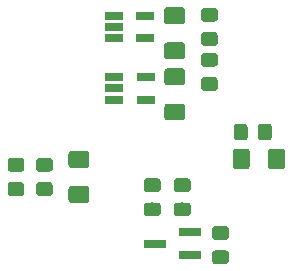
<source format=gbr>
G04 #@! TF.GenerationSoftware,KiCad,Pcbnew,(5.0.2-5)-5*
G04 #@! TF.CreationDate,2019-03-18T15:48:25+01:00*
G04 #@! TF.ProjectId,coffee-notification-button,636f6666-6565-42d6-9e6f-746966696361,00001*
G04 #@! TF.SameCoordinates,Original*
G04 #@! TF.FileFunction,Paste,Top*
G04 #@! TF.FilePolarity,Positive*
%FSLAX46Y46*%
G04 Gerber Fmt 4.6, Leading zero omitted, Abs format (unit mm)*
G04 Created by KiCad (PCBNEW (5.0.2-5)-5) date 2019 March 18, Monday 15:48:25*
%MOMM*%
%LPD*%
G01*
G04 APERTURE LIST*
%ADD10C,0.100000*%
%ADD11C,1.425000*%
%ADD12C,1.150000*%
%ADD13R,1.560000X0.650000*%
%ADD14R,1.900000X0.800000*%
G04 APERTURE END LIST*
D10*
G04 #@! TO.C,C4*
G36*
X114949504Y-99274204D02*
X114973773Y-99277804D01*
X114997571Y-99283765D01*
X115020671Y-99292030D01*
X115042849Y-99302520D01*
X115063893Y-99315133D01*
X115083598Y-99329747D01*
X115101777Y-99346223D01*
X115118253Y-99364402D01*
X115132867Y-99384107D01*
X115145480Y-99405151D01*
X115155970Y-99427329D01*
X115164235Y-99450429D01*
X115170196Y-99474227D01*
X115173796Y-99498496D01*
X115175000Y-99523000D01*
X115175000Y-100448000D01*
X115173796Y-100472504D01*
X115170196Y-100496773D01*
X115164235Y-100520571D01*
X115155970Y-100543671D01*
X115145480Y-100565849D01*
X115132867Y-100586893D01*
X115118253Y-100606598D01*
X115101777Y-100624777D01*
X115083598Y-100641253D01*
X115063893Y-100655867D01*
X115042849Y-100668480D01*
X115020671Y-100678970D01*
X114997571Y-100687235D01*
X114973773Y-100693196D01*
X114949504Y-100696796D01*
X114925000Y-100698000D01*
X113675000Y-100698000D01*
X113650496Y-100696796D01*
X113626227Y-100693196D01*
X113602429Y-100687235D01*
X113579329Y-100678970D01*
X113557151Y-100668480D01*
X113536107Y-100655867D01*
X113516402Y-100641253D01*
X113498223Y-100624777D01*
X113481747Y-100606598D01*
X113467133Y-100586893D01*
X113454520Y-100565849D01*
X113444030Y-100543671D01*
X113435765Y-100520571D01*
X113429804Y-100496773D01*
X113426204Y-100472504D01*
X113425000Y-100448000D01*
X113425000Y-99523000D01*
X113426204Y-99498496D01*
X113429804Y-99474227D01*
X113435765Y-99450429D01*
X113444030Y-99427329D01*
X113454520Y-99405151D01*
X113467133Y-99384107D01*
X113481747Y-99364402D01*
X113498223Y-99346223D01*
X113516402Y-99329747D01*
X113536107Y-99315133D01*
X113557151Y-99302520D01*
X113579329Y-99292030D01*
X113602429Y-99283765D01*
X113626227Y-99277804D01*
X113650496Y-99274204D01*
X113675000Y-99273000D01*
X114925000Y-99273000D01*
X114949504Y-99274204D01*
X114949504Y-99274204D01*
G37*
D11*
X114300000Y-99985500D03*
D10*
G36*
X114949504Y-102249204D02*
X114973773Y-102252804D01*
X114997571Y-102258765D01*
X115020671Y-102267030D01*
X115042849Y-102277520D01*
X115063893Y-102290133D01*
X115083598Y-102304747D01*
X115101777Y-102321223D01*
X115118253Y-102339402D01*
X115132867Y-102359107D01*
X115145480Y-102380151D01*
X115155970Y-102402329D01*
X115164235Y-102425429D01*
X115170196Y-102449227D01*
X115173796Y-102473496D01*
X115175000Y-102498000D01*
X115175000Y-103423000D01*
X115173796Y-103447504D01*
X115170196Y-103471773D01*
X115164235Y-103495571D01*
X115155970Y-103518671D01*
X115145480Y-103540849D01*
X115132867Y-103561893D01*
X115118253Y-103581598D01*
X115101777Y-103599777D01*
X115083598Y-103616253D01*
X115063893Y-103630867D01*
X115042849Y-103643480D01*
X115020671Y-103653970D01*
X114997571Y-103662235D01*
X114973773Y-103668196D01*
X114949504Y-103671796D01*
X114925000Y-103673000D01*
X113675000Y-103673000D01*
X113650496Y-103671796D01*
X113626227Y-103668196D01*
X113602429Y-103662235D01*
X113579329Y-103653970D01*
X113557151Y-103643480D01*
X113536107Y-103630867D01*
X113516402Y-103616253D01*
X113498223Y-103599777D01*
X113481747Y-103581598D01*
X113467133Y-103561893D01*
X113454520Y-103540849D01*
X113444030Y-103518671D01*
X113435765Y-103495571D01*
X113429804Y-103471773D01*
X113426204Y-103447504D01*
X113425000Y-103423000D01*
X113425000Y-102498000D01*
X113426204Y-102473496D01*
X113429804Y-102449227D01*
X113435765Y-102425429D01*
X113444030Y-102402329D01*
X113454520Y-102380151D01*
X113467133Y-102359107D01*
X113481747Y-102339402D01*
X113498223Y-102321223D01*
X113516402Y-102304747D01*
X113536107Y-102290133D01*
X113557151Y-102277520D01*
X113579329Y-102267030D01*
X113602429Y-102258765D01*
X113626227Y-102252804D01*
X113650496Y-102249204D01*
X113675000Y-102248000D01*
X114925000Y-102248000D01*
X114949504Y-102249204D01*
X114949504Y-102249204D01*
G37*
D11*
X114300000Y-102960500D03*
G04 #@! TD*
D10*
G04 #@! TO.C,C3*
G36*
X128356505Y-96964204D02*
X128380773Y-96967804D01*
X128404572Y-96973765D01*
X128427671Y-96982030D01*
X128449850Y-96992520D01*
X128470893Y-97005132D01*
X128490599Y-97019747D01*
X128508777Y-97036223D01*
X128525253Y-97054401D01*
X128539868Y-97074107D01*
X128552480Y-97095150D01*
X128562970Y-97117329D01*
X128571235Y-97140428D01*
X128577196Y-97164227D01*
X128580796Y-97188495D01*
X128582000Y-97212999D01*
X128582000Y-98113001D01*
X128580796Y-98137505D01*
X128577196Y-98161773D01*
X128571235Y-98185572D01*
X128562970Y-98208671D01*
X128552480Y-98230850D01*
X128539868Y-98251893D01*
X128525253Y-98271599D01*
X128508777Y-98289777D01*
X128490599Y-98306253D01*
X128470893Y-98320868D01*
X128449850Y-98333480D01*
X128427671Y-98343970D01*
X128404572Y-98352235D01*
X128380773Y-98358196D01*
X128356505Y-98361796D01*
X128332001Y-98363000D01*
X127681999Y-98363000D01*
X127657495Y-98361796D01*
X127633227Y-98358196D01*
X127609428Y-98352235D01*
X127586329Y-98343970D01*
X127564150Y-98333480D01*
X127543107Y-98320868D01*
X127523401Y-98306253D01*
X127505223Y-98289777D01*
X127488747Y-98271599D01*
X127474132Y-98251893D01*
X127461520Y-98230850D01*
X127451030Y-98208671D01*
X127442765Y-98185572D01*
X127436804Y-98161773D01*
X127433204Y-98137505D01*
X127432000Y-98113001D01*
X127432000Y-97212999D01*
X127433204Y-97188495D01*
X127436804Y-97164227D01*
X127442765Y-97140428D01*
X127451030Y-97117329D01*
X127461520Y-97095150D01*
X127474132Y-97074107D01*
X127488747Y-97054401D01*
X127505223Y-97036223D01*
X127523401Y-97019747D01*
X127543107Y-97005132D01*
X127564150Y-96992520D01*
X127586329Y-96982030D01*
X127609428Y-96973765D01*
X127633227Y-96967804D01*
X127657495Y-96964204D01*
X127681999Y-96963000D01*
X128332001Y-96963000D01*
X128356505Y-96964204D01*
X128356505Y-96964204D01*
G37*
D12*
X128007000Y-97663000D03*
D10*
G36*
X130406505Y-96964204D02*
X130430773Y-96967804D01*
X130454572Y-96973765D01*
X130477671Y-96982030D01*
X130499850Y-96992520D01*
X130520893Y-97005132D01*
X130540599Y-97019747D01*
X130558777Y-97036223D01*
X130575253Y-97054401D01*
X130589868Y-97074107D01*
X130602480Y-97095150D01*
X130612970Y-97117329D01*
X130621235Y-97140428D01*
X130627196Y-97164227D01*
X130630796Y-97188495D01*
X130632000Y-97212999D01*
X130632000Y-98113001D01*
X130630796Y-98137505D01*
X130627196Y-98161773D01*
X130621235Y-98185572D01*
X130612970Y-98208671D01*
X130602480Y-98230850D01*
X130589868Y-98251893D01*
X130575253Y-98271599D01*
X130558777Y-98289777D01*
X130540599Y-98306253D01*
X130520893Y-98320868D01*
X130499850Y-98333480D01*
X130477671Y-98343970D01*
X130454572Y-98352235D01*
X130430773Y-98358196D01*
X130406505Y-98361796D01*
X130382001Y-98363000D01*
X129731999Y-98363000D01*
X129707495Y-98361796D01*
X129683227Y-98358196D01*
X129659428Y-98352235D01*
X129636329Y-98343970D01*
X129614150Y-98333480D01*
X129593107Y-98320868D01*
X129573401Y-98306253D01*
X129555223Y-98289777D01*
X129538747Y-98271599D01*
X129524132Y-98251893D01*
X129511520Y-98230850D01*
X129501030Y-98208671D01*
X129492765Y-98185572D01*
X129486804Y-98161773D01*
X129483204Y-98137505D01*
X129482000Y-98113001D01*
X129482000Y-97212999D01*
X129483204Y-97188495D01*
X129486804Y-97164227D01*
X129492765Y-97140428D01*
X129501030Y-97117329D01*
X129511520Y-97095150D01*
X129524132Y-97074107D01*
X129538747Y-97054401D01*
X129555223Y-97036223D01*
X129573401Y-97019747D01*
X129593107Y-97005132D01*
X129614150Y-96992520D01*
X129636329Y-96982030D01*
X129659428Y-96973765D01*
X129683227Y-96967804D01*
X129707495Y-96964204D01*
X129731999Y-96963000D01*
X130382001Y-96963000D01*
X130406505Y-96964204D01*
X130406505Y-96964204D01*
G37*
D12*
X130057000Y-97663000D03*
G04 #@! TD*
D10*
G04 #@! TO.C,C2*
G36*
X123054279Y-90087719D02*
X123078548Y-90091319D01*
X123102346Y-90097280D01*
X123125446Y-90105545D01*
X123147624Y-90116035D01*
X123168668Y-90128648D01*
X123188373Y-90143262D01*
X123206552Y-90159738D01*
X123223028Y-90177917D01*
X123237642Y-90197622D01*
X123250255Y-90218666D01*
X123260745Y-90240844D01*
X123269010Y-90263944D01*
X123274971Y-90287742D01*
X123278571Y-90312011D01*
X123279775Y-90336515D01*
X123279775Y-91261515D01*
X123278571Y-91286019D01*
X123274971Y-91310288D01*
X123269010Y-91334086D01*
X123260745Y-91357186D01*
X123250255Y-91379364D01*
X123237642Y-91400408D01*
X123223028Y-91420113D01*
X123206552Y-91438292D01*
X123188373Y-91454768D01*
X123168668Y-91469382D01*
X123147624Y-91481995D01*
X123125446Y-91492485D01*
X123102346Y-91500750D01*
X123078548Y-91506711D01*
X123054279Y-91510311D01*
X123029775Y-91511515D01*
X121779775Y-91511515D01*
X121755271Y-91510311D01*
X121731002Y-91506711D01*
X121707204Y-91500750D01*
X121684104Y-91492485D01*
X121661926Y-91481995D01*
X121640882Y-91469382D01*
X121621177Y-91454768D01*
X121602998Y-91438292D01*
X121586522Y-91420113D01*
X121571908Y-91400408D01*
X121559295Y-91379364D01*
X121548805Y-91357186D01*
X121540540Y-91334086D01*
X121534579Y-91310288D01*
X121530979Y-91286019D01*
X121529775Y-91261515D01*
X121529775Y-90336515D01*
X121530979Y-90312011D01*
X121534579Y-90287742D01*
X121540540Y-90263944D01*
X121548805Y-90240844D01*
X121559295Y-90218666D01*
X121571908Y-90197622D01*
X121586522Y-90177917D01*
X121602998Y-90159738D01*
X121621177Y-90143262D01*
X121640882Y-90128648D01*
X121661926Y-90116035D01*
X121684104Y-90105545D01*
X121707204Y-90097280D01*
X121731002Y-90091319D01*
X121755271Y-90087719D01*
X121779775Y-90086515D01*
X123029775Y-90086515D01*
X123054279Y-90087719D01*
X123054279Y-90087719D01*
G37*
D11*
X122404775Y-90799015D03*
D10*
G36*
X123054279Y-87112719D02*
X123078548Y-87116319D01*
X123102346Y-87122280D01*
X123125446Y-87130545D01*
X123147624Y-87141035D01*
X123168668Y-87153648D01*
X123188373Y-87168262D01*
X123206552Y-87184738D01*
X123223028Y-87202917D01*
X123237642Y-87222622D01*
X123250255Y-87243666D01*
X123260745Y-87265844D01*
X123269010Y-87288944D01*
X123274971Y-87312742D01*
X123278571Y-87337011D01*
X123279775Y-87361515D01*
X123279775Y-88286515D01*
X123278571Y-88311019D01*
X123274971Y-88335288D01*
X123269010Y-88359086D01*
X123260745Y-88382186D01*
X123250255Y-88404364D01*
X123237642Y-88425408D01*
X123223028Y-88445113D01*
X123206552Y-88463292D01*
X123188373Y-88479768D01*
X123168668Y-88494382D01*
X123147624Y-88506995D01*
X123125446Y-88517485D01*
X123102346Y-88525750D01*
X123078548Y-88531711D01*
X123054279Y-88535311D01*
X123029775Y-88536515D01*
X121779775Y-88536515D01*
X121755271Y-88535311D01*
X121731002Y-88531711D01*
X121707204Y-88525750D01*
X121684104Y-88517485D01*
X121661926Y-88506995D01*
X121640882Y-88494382D01*
X121621177Y-88479768D01*
X121602998Y-88463292D01*
X121586522Y-88445113D01*
X121571908Y-88425408D01*
X121559295Y-88404364D01*
X121548805Y-88382186D01*
X121540540Y-88359086D01*
X121534579Y-88335288D01*
X121530979Y-88311019D01*
X121529775Y-88286515D01*
X121529775Y-87361515D01*
X121530979Y-87337011D01*
X121534579Y-87312742D01*
X121540540Y-87288944D01*
X121548805Y-87265844D01*
X121559295Y-87243666D01*
X121571908Y-87222622D01*
X121586522Y-87202917D01*
X121602998Y-87184738D01*
X121621177Y-87168262D01*
X121640882Y-87153648D01*
X121661926Y-87141035D01*
X121684104Y-87130545D01*
X121707204Y-87122280D01*
X121731002Y-87116319D01*
X121755271Y-87112719D01*
X121779775Y-87111515D01*
X123029775Y-87111515D01*
X123054279Y-87112719D01*
X123054279Y-87112719D01*
G37*
D11*
X122404775Y-87824015D03*
G04 #@! TD*
D10*
G04 #@! TO.C,C1*
G36*
X123077504Y-92289204D02*
X123101773Y-92292804D01*
X123125571Y-92298765D01*
X123148671Y-92307030D01*
X123170849Y-92317520D01*
X123191893Y-92330133D01*
X123211598Y-92344747D01*
X123229777Y-92361223D01*
X123246253Y-92379402D01*
X123260867Y-92399107D01*
X123273480Y-92420151D01*
X123283970Y-92442329D01*
X123292235Y-92465429D01*
X123298196Y-92489227D01*
X123301796Y-92513496D01*
X123303000Y-92538000D01*
X123303000Y-93463000D01*
X123301796Y-93487504D01*
X123298196Y-93511773D01*
X123292235Y-93535571D01*
X123283970Y-93558671D01*
X123273480Y-93580849D01*
X123260867Y-93601893D01*
X123246253Y-93621598D01*
X123229777Y-93639777D01*
X123211598Y-93656253D01*
X123191893Y-93670867D01*
X123170849Y-93683480D01*
X123148671Y-93693970D01*
X123125571Y-93702235D01*
X123101773Y-93708196D01*
X123077504Y-93711796D01*
X123053000Y-93713000D01*
X121803000Y-93713000D01*
X121778496Y-93711796D01*
X121754227Y-93708196D01*
X121730429Y-93702235D01*
X121707329Y-93693970D01*
X121685151Y-93683480D01*
X121664107Y-93670867D01*
X121644402Y-93656253D01*
X121626223Y-93639777D01*
X121609747Y-93621598D01*
X121595133Y-93601893D01*
X121582520Y-93580849D01*
X121572030Y-93558671D01*
X121563765Y-93535571D01*
X121557804Y-93511773D01*
X121554204Y-93487504D01*
X121553000Y-93463000D01*
X121553000Y-92538000D01*
X121554204Y-92513496D01*
X121557804Y-92489227D01*
X121563765Y-92465429D01*
X121572030Y-92442329D01*
X121582520Y-92420151D01*
X121595133Y-92399107D01*
X121609747Y-92379402D01*
X121626223Y-92361223D01*
X121644402Y-92344747D01*
X121664107Y-92330133D01*
X121685151Y-92317520D01*
X121707329Y-92307030D01*
X121730429Y-92298765D01*
X121754227Y-92292804D01*
X121778496Y-92289204D01*
X121803000Y-92288000D01*
X123053000Y-92288000D01*
X123077504Y-92289204D01*
X123077504Y-92289204D01*
G37*
D11*
X122428000Y-93000500D03*
D10*
G36*
X123077504Y-95264204D02*
X123101773Y-95267804D01*
X123125571Y-95273765D01*
X123148671Y-95282030D01*
X123170849Y-95292520D01*
X123191893Y-95305133D01*
X123211598Y-95319747D01*
X123229777Y-95336223D01*
X123246253Y-95354402D01*
X123260867Y-95374107D01*
X123273480Y-95395151D01*
X123283970Y-95417329D01*
X123292235Y-95440429D01*
X123298196Y-95464227D01*
X123301796Y-95488496D01*
X123303000Y-95513000D01*
X123303000Y-96438000D01*
X123301796Y-96462504D01*
X123298196Y-96486773D01*
X123292235Y-96510571D01*
X123283970Y-96533671D01*
X123273480Y-96555849D01*
X123260867Y-96576893D01*
X123246253Y-96596598D01*
X123229777Y-96614777D01*
X123211598Y-96631253D01*
X123191893Y-96645867D01*
X123170849Y-96658480D01*
X123148671Y-96668970D01*
X123125571Y-96677235D01*
X123101773Y-96683196D01*
X123077504Y-96686796D01*
X123053000Y-96688000D01*
X121803000Y-96688000D01*
X121778496Y-96686796D01*
X121754227Y-96683196D01*
X121730429Y-96677235D01*
X121707329Y-96668970D01*
X121685151Y-96658480D01*
X121664107Y-96645867D01*
X121644402Y-96631253D01*
X121626223Y-96614777D01*
X121609747Y-96596598D01*
X121595133Y-96576893D01*
X121582520Y-96555849D01*
X121572030Y-96533671D01*
X121563765Y-96510571D01*
X121557804Y-96486773D01*
X121554204Y-96462504D01*
X121553000Y-96438000D01*
X121553000Y-95513000D01*
X121554204Y-95488496D01*
X121557804Y-95464227D01*
X121563765Y-95440429D01*
X121572030Y-95417329D01*
X121582520Y-95395151D01*
X121595133Y-95374107D01*
X121609747Y-95354402D01*
X121626223Y-95336223D01*
X121644402Y-95319747D01*
X121664107Y-95305133D01*
X121685151Y-95292520D01*
X121707329Y-95282030D01*
X121730429Y-95273765D01*
X121754227Y-95267804D01*
X121778496Y-95264204D01*
X121803000Y-95263000D01*
X123053000Y-95263000D01*
X123077504Y-95264204D01*
X123077504Y-95264204D01*
G37*
D11*
X122428000Y-95975500D03*
G04 #@! TD*
D10*
G04 #@! TO.C,D1*
G36*
X128539504Y-99075204D02*
X128563773Y-99078804D01*
X128587571Y-99084765D01*
X128610671Y-99093030D01*
X128632849Y-99103520D01*
X128653893Y-99116133D01*
X128673598Y-99130747D01*
X128691777Y-99147223D01*
X128708253Y-99165402D01*
X128722867Y-99185107D01*
X128735480Y-99206151D01*
X128745970Y-99228329D01*
X128754235Y-99251429D01*
X128760196Y-99275227D01*
X128763796Y-99299496D01*
X128765000Y-99324000D01*
X128765000Y-100574000D01*
X128763796Y-100598504D01*
X128760196Y-100622773D01*
X128754235Y-100646571D01*
X128745970Y-100669671D01*
X128735480Y-100691849D01*
X128722867Y-100712893D01*
X128708253Y-100732598D01*
X128691777Y-100750777D01*
X128673598Y-100767253D01*
X128653893Y-100781867D01*
X128632849Y-100794480D01*
X128610671Y-100804970D01*
X128587571Y-100813235D01*
X128563773Y-100819196D01*
X128539504Y-100822796D01*
X128515000Y-100824000D01*
X127590000Y-100824000D01*
X127565496Y-100822796D01*
X127541227Y-100819196D01*
X127517429Y-100813235D01*
X127494329Y-100804970D01*
X127472151Y-100794480D01*
X127451107Y-100781867D01*
X127431402Y-100767253D01*
X127413223Y-100750777D01*
X127396747Y-100732598D01*
X127382133Y-100712893D01*
X127369520Y-100691849D01*
X127359030Y-100669671D01*
X127350765Y-100646571D01*
X127344804Y-100622773D01*
X127341204Y-100598504D01*
X127340000Y-100574000D01*
X127340000Y-99324000D01*
X127341204Y-99299496D01*
X127344804Y-99275227D01*
X127350765Y-99251429D01*
X127359030Y-99228329D01*
X127369520Y-99206151D01*
X127382133Y-99185107D01*
X127396747Y-99165402D01*
X127413223Y-99147223D01*
X127431402Y-99130747D01*
X127451107Y-99116133D01*
X127472151Y-99103520D01*
X127494329Y-99093030D01*
X127517429Y-99084765D01*
X127541227Y-99078804D01*
X127565496Y-99075204D01*
X127590000Y-99074000D01*
X128515000Y-99074000D01*
X128539504Y-99075204D01*
X128539504Y-99075204D01*
G37*
D11*
X128052500Y-99949000D03*
D10*
G36*
X131514504Y-99075204D02*
X131538773Y-99078804D01*
X131562571Y-99084765D01*
X131585671Y-99093030D01*
X131607849Y-99103520D01*
X131628893Y-99116133D01*
X131648598Y-99130747D01*
X131666777Y-99147223D01*
X131683253Y-99165402D01*
X131697867Y-99185107D01*
X131710480Y-99206151D01*
X131720970Y-99228329D01*
X131729235Y-99251429D01*
X131735196Y-99275227D01*
X131738796Y-99299496D01*
X131740000Y-99324000D01*
X131740000Y-100574000D01*
X131738796Y-100598504D01*
X131735196Y-100622773D01*
X131729235Y-100646571D01*
X131720970Y-100669671D01*
X131710480Y-100691849D01*
X131697867Y-100712893D01*
X131683253Y-100732598D01*
X131666777Y-100750777D01*
X131648598Y-100767253D01*
X131628893Y-100781867D01*
X131607849Y-100794480D01*
X131585671Y-100804970D01*
X131562571Y-100813235D01*
X131538773Y-100819196D01*
X131514504Y-100822796D01*
X131490000Y-100824000D01*
X130565000Y-100824000D01*
X130540496Y-100822796D01*
X130516227Y-100819196D01*
X130492429Y-100813235D01*
X130469329Y-100804970D01*
X130447151Y-100794480D01*
X130426107Y-100781867D01*
X130406402Y-100767253D01*
X130388223Y-100750777D01*
X130371747Y-100732598D01*
X130357133Y-100712893D01*
X130344520Y-100691849D01*
X130334030Y-100669671D01*
X130325765Y-100646571D01*
X130319804Y-100622773D01*
X130316204Y-100598504D01*
X130315000Y-100574000D01*
X130315000Y-99324000D01*
X130316204Y-99299496D01*
X130319804Y-99275227D01*
X130325765Y-99251429D01*
X130334030Y-99228329D01*
X130344520Y-99206151D01*
X130357133Y-99185107D01*
X130371747Y-99165402D01*
X130388223Y-99147223D01*
X130406402Y-99130747D01*
X130426107Y-99116133D01*
X130447151Y-99103520D01*
X130469329Y-99093030D01*
X130492429Y-99084765D01*
X130516227Y-99078804D01*
X130540496Y-99075204D01*
X130565000Y-99074000D01*
X131490000Y-99074000D01*
X131514504Y-99075204D01*
X131514504Y-99075204D01*
G37*
D11*
X131027500Y-99949000D03*
G04 #@! TD*
D13*
G04 #@! TO.C,U2*
X119944775Y-87853515D03*
X119944775Y-89753515D03*
X117244775Y-89753515D03*
X117244775Y-88803515D03*
X117244775Y-87853515D03*
G04 #@! TD*
G04 #@! TO.C,U1*
X117268000Y-93030000D03*
X117268000Y-93980000D03*
X117268000Y-94930000D03*
X119968000Y-94930000D03*
X119968000Y-93030000D03*
G04 #@! TD*
D10*
G04 #@! TO.C,R5*
G36*
X126763213Y-107693897D02*
X126787481Y-107697497D01*
X126811280Y-107703458D01*
X126834379Y-107711723D01*
X126856558Y-107722213D01*
X126877601Y-107734825D01*
X126897307Y-107749440D01*
X126915485Y-107765916D01*
X126931961Y-107784094D01*
X126946576Y-107803800D01*
X126959188Y-107824843D01*
X126969678Y-107847022D01*
X126977943Y-107870121D01*
X126983904Y-107893920D01*
X126987504Y-107918188D01*
X126988708Y-107942692D01*
X126988708Y-108592694D01*
X126987504Y-108617198D01*
X126983904Y-108641466D01*
X126977943Y-108665265D01*
X126969678Y-108688364D01*
X126959188Y-108710543D01*
X126946576Y-108731586D01*
X126931961Y-108751292D01*
X126915485Y-108769470D01*
X126897307Y-108785946D01*
X126877601Y-108800561D01*
X126856558Y-108813173D01*
X126834379Y-108823663D01*
X126811280Y-108831928D01*
X126787481Y-108837889D01*
X126763213Y-108841489D01*
X126738709Y-108842693D01*
X125838707Y-108842693D01*
X125814203Y-108841489D01*
X125789935Y-108837889D01*
X125766136Y-108831928D01*
X125743037Y-108823663D01*
X125720858Y-108813173D01*
X125699815Y-108800561D01*
X125680109Y-108785946D01*
X125661931Y-108769470D01*
X125645455Y-108751292D01*
X125630840Y-108731586D01*
X125618228Y-108710543D01*
X125607738Y-108688364D01*
X125599473Y-108665265D01*
X125593512Y-108641466D01*
X125589912Y-108617198D01*
X125588708Y-108592694D01*
X125588708Y-107942692D01*
X125589912Y-107918188D01*
X125593512Y-107893920D01*
X125599473Y-107870121D01*
X125607738Y-107847022D01*
X125618228Y-107824843D01*
X125630840Y-107803800D01*
X125645455Y-107784094D01*
X125661931Y-107765916D01*
X125680109Y-107749440D01*
X125699815Y-107734825D01*
X125720858Y-107722213D01*
X125743037Y-107711723D01*
X125766136Y-107703458D01*
X125789935Y-107697497D01*
X125814203Y-107693897D01*
X125838707Y-107692693D01*
X126738709Y-107692693D01*
X126763213Y-107693897D01*
X126763213Y-107693897D01*
G37*
D12*
X126288708Y-108267693D03*
D10*
G36*
X126763213Y-105643897D02*
X126787481Y-105647497D01*
X126811280Y-105653458D01*
X126834379Y-105661723D01*
X126856558Y-105672213D01*
X126877601Y-105684825D01*
X126897307Y-105699440D01*
X126915485Y-105715916D01*
X126931961Y-105734094D01*
X126946576Y-105753800D01*
X126959188Y-105774843D01*
X126969678Y-105797022D01*
X126977943Y-105820121D01*
X126983904Y-105843920D01*
X126987504Y-105868188D01*
X126988708Y-105892692D01*
X126988708Y-106542694D01*
X126987504Y-106567198D01*
X126983904Y-106591466D01*
X126977943Y-106615265D01*
X126969678Y-106638364D01*
X126959188Y-106660543D01*
X126946576Y-106681586D01*
X126931961Y-106701292D01*
X126915485Y-106719470D01*
X126897307Y-106735946D01*
X126877601Y-106750561D01*
X126856558Y-106763173D01*
X126834379Y-106773663D01*
X126811280Y-106781928D01*
X126787481Y-106787889D01*
X126763213Y-106791489D01*
X126738709Y-106792693D01*
X125838707Y-106792693D01*
X125814203Y-106791489D01*
X125789935Y-106787889D01*
X125766136Y-106781928D01*
X125743037Y-106773663D01*
X125720858Y-106763173D01*
X125699815Y-106750561D01*
X125680109Y-106735946D01*
X125661931Y-106719470D01*
X125645455Y-106701292D01*
X125630840Y-106681586D01*
X125618228Y-106660543D01*
X125607738Y-106638364D01*
X125599473Y-106615265D01*
X125593512Y-106591466D01*
X125589912Y-106567198D01*
X125588708Y-106542694D01*
X125588708Y-105892692D01*
X125589912Y-105868188D01*
X125593512Y-105843920D01*
X125599473Y-105820121D01*
X125607738Y-105797022D01*
X125618228Y-105774843D01*
X125630840Y-105753800D01*
X125645455Y-105734094D01*
X125661931Y-105715916D01*
X125680109Y-105699440D01*
X125699815Y-105684825D01*
X125720858Y-105672213D01*
X125743037Y-105661723D01*
X125766136Y-105653458D01*
X125789935Y-105647497D01*
X125814203Y-105643897D01*
X125838707Y-105642693D01*
X126738709Y-105642693D01*
X126763213Y-105643897D01*
X126763213Y-105643897D01*
G37*
D12*
X126288708Y-106217693D03*
G04 #@! TD*
D10*
G04 #@! TO.C,R4*
G36*
X111853505Y-101924204D02*
X111877773Y-101927804D01*
X111901572Y-101933765D01*
X111924671Y-101942030D01*
X111946850Y-101952520D01*
X111967893Y-101965132D01*
X111987599Y-101979747D01*
X112005777Y-101996223D01*
X112022253Y-102014401D01*
X112036868Y-102034107D01*
X112049480Y-102055150D01*
X112059970Y-102077329D01*
X112068235Y-102100428D01*
X112074196Y-102124227D01*
X112077796Y-102148495D01*
X112079000Y-102172999D01*
X112079000Y-102823001D01*
X112077796Y-102847505D01*
X112074196Y-102871773D01*
X112068235Y-102895572D01*
X112059970Y-102918671D01*
X112049480Y-102940850D01*
X112036868Y-102961893D01*
X112022253Y-102981599D01*
X112005777Y-102999777D01*
X111987599Y-103016253D01*
X111967893Y-103030868D01*
X111946850Y-103043480D01*
X111924671Y-103053970D01*
X111901572Y-103062235D01*
X111877773Y-103068196D01*
X111853505Y-103071796D01*
X111829001Y-103073000D01*
X110928999Y-103073000D01*
X110904495Y-103071796D01*
X110880227Y-103068196D01*
X110856428Y-103062235D01*
X110833329Y-103053970D01*
X110811150Y-103043480D01*
X110790107Y-103030868D01*
X110770401Y-103016253D01*
X110752223Y-102999777D01*
X110735747Y-102981599D01*
X110721132Y-102961893D01*
X110708520Y-102940850D01*
X110698030Y-102918671D01*
X110689765Y-102895572D01*
X110683804Y-102871773D01*
X110680204Y-102847505D01*
X110679000Y-102823001D01*
X110679000Y-102172999D01*
X110680204Y-102148495D01*
X110683804Y-102124227D01*
X110689765Y-102100428D01*
X110698030Y-102077329D01*
X110708520Y-102055150D01*
X110721132Y-102034107D01*
X110735747Y-102014401D01*
X110752223Y-101996223D01*
X110770401Y-101979747D01*
X110790107Y-101965132D01*
X110811150Y-101952520D01*
X110833329Y-101942030D01*
X110856428Y-101933765D01*
X110880227Y-101927804D01*
X110904495Y-101924204D01*
X110928999Y-101923000D01*
X111829001Y-101923000D01*
X111853505Y-101924204D01*
X111853505Y-101924204D01*
G37*
D12*
X111379000Y-102498000D03*
D10*
G36*
X111853505Y-99874204D02*
X111877773Y-99877804D01*
X111901572Y-99883765D01*
X111924671Y-99892030D01*
X111946850Y-99902520D01*
X111967893Y-99915132D01*
X111987599Y-99929747D01*
X112005777Y-99946223D01*
X112022253Y-99964401D01*
X112036868Y-99984107D01*
X112049480Y-100005150D01*
X112059970Y-100027329D01*
X112068235Y-100050428D01*
X112074196Y-100074227D01*
X112077796Y-100098495D01*
X112079000Y-100122999D01*
X112079000Y-100773001D01*
X112077796Y-100797505D01*
X112074196Y-100821773D01*
X112068235Y-100845572D01*
X112059970Y-100868671D01*
X112049480Y-100890850D01*
X112036868Y-100911893D01*
X112022253Y-100931599D01*
X112005777Y-100949777D01*
X111987599Y-100966253D01*
X111967893Y-100980868D01*
X111946850Y-100993480D01*
X111924671Y-101003970D01*
X111901572Y-101012235D01*
X111877773Y-101018196D01*
X111853505Y-101021796D01*
X111829001Y-101023000D01*
X110928999Y-101023000D01*
X110904495Y-101021796D01*
X110880227Y-101018196D01*
X110856428Y-101012235D01*
X110833329Y-101003970D01*
X110811150Y-100993480D01*
X110790107Y-100980868D01*
X110770401Y-100966253D01*
X110752223Y-100949777D01*
X110735747Y-100931599D01*
X110721132Y-100911893D01*
X110708520Y-100890850D01*
X110698030Y-100868671D01*
X110689765Y-100845572D01*
X110683804Y-100821773D01*
X110680204Y-100797505D01*
X110679000Y-100773001D01*
X110679000Y-100122999D01*
X110680204Y-100098495D01*
X110683804Y-100074227D01*
X110689765Y-100050428D01*
X110698030Y-100027329D01*
X110708520Y-100005150D01*
X110721132Y-99984107D01*
X110735747Y-99964401D01*
X110752223Y-99946223D01*
X110770401Y-99929747D01*
X110790107Y-99915132D01*
X110811150Y-99902520D01*
X110833329Y-99892030D01*
X110856428Y-99883765D01*
X110880227Y-99877804D01*
X110904495Y-99874204D01*
X110928999Y-99873000D01*
X111829001Y-99873000D01*
X111853505Y-99874204D01*
X111853505Y-99874204D01*
G37*
D12*
X111379000Y-100448000D03*
G04 #@! TD*
D10*
G04 #@! TO.C,R3*
G36*
X109440505Y-99874204D02*
X109464773Y-99877804D01*
X109488572Y-99883765D01*
X109511671Y-99892030D01*
X109533850Y-99902520D01*
X109554893Y-99915132D01*
X109574599Y-99929747D01*
X109592777Y-99946223D01*
X109609253Y-99964401D01*
X109623868Y-99984107D01*
X109636480Y-100005150D01*
X109646970Y-100027329D01*
X109655235Y-100050428D01*
X109661196Y-100074227D01*
X109664796Y-100098495D01*
X109666000Y-100122999D01*
X109666000Y-100773001D01*
X109664796Y-100797505D01*
X109661196Y-100821773D01*
X109655235Y-100845572D01*
X109646970Y-100868671D01*
X109636480Y-100890850D01*
X109623868Y-100911893D01*
X109609253Y-100931599D01*
X109592777Y-100949777D01*
X109574599Y-100966253D01*
X109554893Y-100980868D01*
X109533850Y-100993480D01*
X109511671Y-101003970D01*
X109488572Y-101012235D01*
X109464773Y-101018196D01*
X109440505Y-101021796D01*
X109416001Y-101023000D01*
X108515999Y-101023000D01*
X108491495Y-101021796D01*
X108467227Y-101018196D01*
X108443428Y-101012235D01*
X108420329Y-101003970D01*
X108398150Y-100993480D01*
X108377107Y-100980868D01*
X108357401Y-100966253D01*
X108339223Y-100949777D01*
X108322747Y-100931599D01*
X108308132Y-100911893D01*
X108295520Y-100890850D01*
X108285030Y-100868671D01*
X108276765Y-100845572D01*
X108270804Y-100821773D01*
X108267204Y-100797505D01*
X108266000Y-100773001D01*
X108266000Y-100122999D01*
X108267204Y-100098495D01*
X108270804Y-100074227D01*
X108276765Y-100050428D01*
X108285030Y-100027329D01*
X108295520Y-100005150D01*
X108308132Y-99984107D01*
X108322747Y-99964401D01*
X108339223Y-99946223D01*
X108357401Y-99929747D01*
X108377107Y-99915132D01*
X108398150Y-99902520D01*
X108420329Y-99892030D01*
X108443428Y-99883765D01*
X108467227Y-99877804D01*
X108491495Y-99874204D01*
X108515999Y-99873000D01*
X109416001Y-99873000D01*
X109440505Y-99874204D01*
X109440505Y-99874204D01*
G37*
D12*
X108966000Y-100448000D03*
D10*
G36*
X109440505Y-101924204D02*
X109464773Y-101927804D01*
X109488572Y-101933765D01*
X109511671Y-101942030D01*
X109533850Y-101952520D01*
X109554893Y-101965132D01*
X109574599Y-101979747D01*
X109592777Y-101996223D01*
X109609253Y-102014401D01*
X109623868Y-102034107D01*
X109636480Y-102055150D01*
X109646970Y-102077329D01*
X109655235Y-102100428D01*
X109661196Y-102124227D01*
X109664796Y-102148495D01*
X109666000Y-102172999D01*
X109666000Y-102823001D01*
X109664796Y-102847505D01*
X109661196Y-102871773D01*
X109655235Y-102895572D01*
X109646970Y-102918671D01*
X109636480Y-102940850D01*
X109623868Y-102961893D01*
X109609253Y-102981599D01*
X109592777Y-102999777D01*
X109574599Y-103016253D01*
X109554893Y-103030868D01*
X109533850Y-103043480D01*
X109511671Y-103053970D01*
X109488572Y-103062235D01*
X109464773Y-103068196D01*
X109440505Y-103071796D01*
X109416001Y-103073000D01*
X108515999Y-103073000D01*
X108491495Y-103071796D01*
X108467227Y-103068196D01*
X108443428Y-103062235D01*
X108420329Y-103053970D01*
X108398150Y-103043480D01*
X108377107Y-103030868D01*
X108357401Y-103016253D01*
X108339223Y-102999777D01*
X108322747Y-102981599D01*
X108308132Y-102961893D01*
X108295520Y-102940850D01*
X108285030Y-102918671D01*
X108276765Y-102895572D01*
X108270804Y-102871773D01*
X108267204Y-102847505D01*
X108266000Y-102823001D01*
X108266000Y-102172999D01*
X108267204Y-102148495D01*
X108270804Y-102124227D01*
X108276765Y-102100428D01*
X108285030Y-102077329D01*
X108295520Y-102055150D01*
X108308132Y-102034107D01*
X108322747Y-102014401D01*
X108339223Y-101996223D01*
X108357401Y-101979747D01*
X108377107Y-101965132D01*
X108398150Y-101952520D01*
X108420329Y-101942030D01*
X108443428Y-101933765D01*
X108467227Y-101927804D01*
X108491495Y-101924204D01*
X108515999Y-101923000D01*
X109416001Y-101923000D01*
X109440505Y-101924204D01*
X109440505Y-101924204D01*
G37*
D12*
X108966000Y-102498000D03*
G04 #@! TD*
D10*
G04 #@! TO.C,R2*
G36*
X125823505Y-90984204D02*
X125847773Y-90987804D01*
X125871572Y-90993765D01*
X125894671Y-91002030D01*
X125916850Y-91012520D01*
X125937893Y-91025132D01*
X125957599Y-91039747D01*
X125975777Y-91056223D01*
X125992253Y-91074401D01*
X126006868Y-91094107D01*
X126019480Y-91115150D01*
X126029970Y-91137329D01*
X126038235Y-91160428D01*
X126044196Y-91184227D01*
X126047796Y-91208495D01*
X126049000Y-91232999D01*
X126049000Y-91883001D01*
X126047796Y-91907505D01*
X126044196Y-91931773D01*
X126038235Y-91955572D01*
X126029970Y-91978671D01*
X126019480Y-92000850D01*
X126006868Y-92021893D01*
X125992253Y-92041599D01*
X125975777Y-92059777D01*
X125957599Y-92076253D01*
X125937893Y-92090868D01*
X125916850Y-92103480D01*
X125894671Y-92113970D01*
X125871572Y-92122235D01*
X125847773Y-92128196D01*
X125823505Y-92131796D01*
X125799001Y-92133000D01*
X124898999Y-92133000D01*
X124874495Y-92131796D01*
X124850227Y-92128196D01*
X124826428Y-92122235D01*
X124803329Y-92113970D01*
X124781150Y-92103480D01*
X124760107Y-92090868D01*
X124740401Y-92076253D01*
X124722223Y-92059777D01*
X124705747Y-92041599D01*
X124691132Y-92021893D01*
X124678520Y-92000850D01*
X124668030Y-91978671D01*
X124659765Y-91955572D01*
X124653804Y-91931773D01*
X124650204Y-91907505D01*
X124649000Y-91883001D01*
X124649000Y-91232999D01*
X124650204Y-91208495D01*
X124653804Y-91184227D01*
X124659765Y-91160428D01*
X124668030Y-91137329D01*
X124678520Y-91115150D01*
X124691132Y-91094107D01*
X124705747Y-91074401D01*
X124722223Y-91056223D01*
X124740401Y-91039747D01*
X124760107Y-91025132D01*
X124781150Y-91012520D01*
X124803329Y-91002030D01*
X124826428Y-90993765D01*
X124850227Y-90987804D01*
X124874495Y-90984204D01*
X124898999Y-90983000D01*
X125799001Y-90983000D01*
X125823505Y-90984204D01*
X125823505Y-90984204D01*
G37*
D12*
X125349000Y-91558000D03*
D10*
G36*
X125823505Y-93034204D02*
X125847773Y-93037804D01*
X125871572Y-93043765D01*
X125894671Y-93052030D01*
X125916850Y-93062520D01*
X125937893Y-93075132D01*
X125957599Y-93089747D01*
X125975777Y-93106223D01*
X125992253Y-93124401D01*
X126006868Y-93144107D01*
X126019480Y-93165150D01*
X126029970Y-93187329D01*
X126038235Y-93210428D01*
X126044196Y-93234227D01*
X126047796Y-93258495D01*
X126049000Y-93282999D01*
X126049000Y-93933001D01*
X126047796Y-93957505D01*
X126044196Y-93981773D01*
X126038235Y-94005572D01*
X126029970Y-94028671D01*
X126019480Y-94050850D01*
X126006868Y-94071893D01*
X125992253Y-94091599D01*
X125975777Y-94109777D01*
X125957599Y-94126253D01*
X125937893Y-94140868D01*
X125916850Y-94153480D01*
X125894671Y-94163970D01*
X125871572Y-94172235D01*
X125847773Y-94178196D01*
X125823505Y-94181796D01*
X125799001Y-94183000D01*
X124898999Y-94183000D01*
X124874495Y-94181796D01*
X124850227Y-94178196D01*
X124826428Y-94172235D01*
X124803329Y-94163970D01*
X124781150Y-94153480D01*
X124760107Y-94140868D01*
X124740401Y-94126253D01*
X124722223Y-94109777D01*
X124705747Y-94091599D01*
X124691132Y-94071893D01*
X124678520Y-94050850D01*
X124668030Y-94028671D01*
X124659765Y-94005572D01*
X124653804Y-93981773D01*
X124650204Y-93957505D01*
X124649000Y-93933001D01*
X124649000Y-93282999D01*
X124650204Y-93258495D01*
X124653804Y-93234227D01*
X124659765Y-93210428D01*
X124668030Y-93187329D01*
X124678520Y-93165150D01*
X124691132Y-93144107D01*
X124705747Y-93124401D01*
X124722223Y-93106223D01*
X124740401Y-93089747D01*
X124760107Y-93075132D01*
X124781150Y-93062520D01*
X124803329Y-93052030D01*
X124826428Y-93043765D01*
X124850227Y-93037804D01*
X124874495Y-93034204D01*
X124898999Y-93033000D01*
X125799001Y-93033000D01*
X125823505Y-93034204D01*
X125823505Y-93034204D01*
G37*
D12*
X125349000Y-93608000D03*
G04 #@! TD*
D10*
G04 #@! TO.C,R1*
G36*
X125823505Y-87174204D02*
X125847773Y-87177804D01*
X125871572Y-87183765D01*
X125894671Y-87192030D01*
X125916850Y-87202520D01*
X125937893Y-87215132D01*
X125957599Y-87229747D01*
X125975777Y-87246223D01*
X125992253Y-87264401D01*
X126006868Y-87284107D01*
X126019480Y-87305150D01*
X126029970Y-87327329D01*
X126038235Y-87350428D01*
X126044196Y-87374227D01*
X126047796Y-87398495D01*
X126049000Y-87422999D01*
X126049000Y-88073001D01*
X126047796Y-88097505D01*
X126044196Y-88121773D01*
X126038235Y-88145572D01*
X126029970Y-88168671D01*
X126019480Y-88190850D01*
X126006868Y-88211893D01*
X125992253Y-88231599D01*
X125975777Y-88249777D01*
X125957599Y-88266253D01*
X125937893Y-88280868D01*
X125916850Y-88293480D01*
X125894671Y-88303970D01*
X125871572Y-88312235D01*
X125847773Y-88318196D01*
X125823505Y-88321796D01*
X125799001Y-88323000D01*
X124898999Y-88323000D01*
X124874495Y-88321796D01*
X124850227Y-88318196D01*
X124826428Y-88312235D01*
X124803329Y-88303970D01*
X124781150Y-88293480D01*
X124760107Y-88280868D01*
X124740401Y-88266253D01*
X124722223Y-88249777D01*
X124705747Y-88231599D01*
X124691132Y-88211893D01*
X124678520Y-88190850D01*
X124668030Y-88168671D01*
X124659765Y-88145572D01*
X124653804Y-88121773D01*
X124650204Y-88097505D01*
X124649000Y-88073001D01*
X124649000Y-87422999D01*
X124650204Y-87398495D01*
X124653804Y-87374227D01*
X124659765Y-87350428D01*
X124668030Y-87327329D01*
X124678520Y-87305150D01*
X124691132Y-87284107D01*
X124705747Y-87264401D01*
X124722223Y-87246223D01*
X124740401Y-87229747D01*
X124760107Y-87215132D01*
X124781150Y-87202520D01*
X124803329Y-87192030D01*
X124826428Y-87183765D01*
X124850227Y-87177804D01*
X124874495Y-87174204D01*
X124898999Y-87173000D01*
X125799001Y-87173000D01*
X125823505Y-87174204D01*
X125823505Y-87174204D01*
G37*
D12*
X125349000Y-87748000D03*
D10*
G36*
X125823505Y-89224204D02*
X125847773Y-89227804D01*
X125871572Y-89233765D01*
X125894671Y-89242030D01*
X125916850Y-89252520D01*
X125937893Y-89265132D01*
X125957599Y-89279747D01*
X125975777Y-89296223D01*
X125992253Y-89314401D01*
X126006868Y-89334107D01*
X126019480Y-89355150D01*
X126029970Y-89377329D01*
X126038235Y-89400428D01*
X126044196Y-89424227D01*
X126047796Y-89448495D01*
X126049000Y-89472999D01*
X126049000Y-90123001D01*
X126047796Y-90147505D01*
X126044196Y-90171773D01*
X126038235Y-90195572D01*
X126029970Y-90218671D01*
X126019480Y-90240850D01*
X126006868Y-90261893D01*
X125992253Y-90281599D01*
X125975777Y-90299777D01*
X125957599Y-90316253D01*
X125937893Y-90330868D01*
X125916850Y-90343480D01*
X125894671Y-90353970D01*
X125871572Y-90362235D01*
X125847773Y-90368196D01*
X125823505Y-90371796D01*
X125799001Y-90373000D01*
X124898999Y-90373000D01*
X124874495Y-90371796D01*
X124850227Y-90368196D01*
X124826428Y-90362235D01*
X124803329Y-90353970D01*
X124781150Y-90343480D01*
X124760107Y-90330868D01*
X124740401Y-90316253D01*
X124722223Y-90299777D01*
X124705747Y-90281599D01*
X124691132Y-90261893D01*
X124678520Y-90240850D01*
X124668030Y-90218671D01*
X124659765Y-90195572D01*
X124653804Y-90171773D01*
X124650204Y-90147505D01*
X124649000Y-90123001D01*
X124649000Y-89472999D01*
X124650204Y-89448495D01*
X124653804Y-89424227D01*
X124659765Y-89400428D01*
X124668030Y-89377329D01*
X124678520Y-89355150D01*
X124691132Y-89334107D01*
X124705747Y-89314401D01*
X124722223Y-89296223D01*
X124740401Y-89279747D01*
X124760107Y-89265132D01*
X124781150Y-89252520D01*
X124803329Y-89242030D01*
X124826428Y-89233765D01*
X124850227Y-89227804D01*
X124874495Y-89224204D01*
X124898999Y-89223000D01*
X125799001Y-89223000D01*
X125823505Y-89224204D01*
X125823505Y-89224204D01*
G37*
D12*
X125349000Y-89798000D03*
G04 #@! TD*
D14*
G04 #@! TO.C,Q1*
X123724708Y-108065693D03*
X123724708Y-106165693D03*
X120724708Y-107115693D03*
G04 #@! TD*
D10*
G04 #@! TO.C,R6*
G36*
X123532470Y-103647776D02*
X123556738Y-103651376D01*
X123580537Y-103657337D01*
X123603636Y-103665602D01*
X123625815Y-103676092D01*
X123646858Y-103688704D01*
X123666564Y-103703319D01*
X123684742Y-103719795D01*
X123701218Y-103737973D01*
X123715833Y-103757679D01*
X123728445Y-103778722D01*
X123738935Y-103800901D01*
X123747200Y-103824000D01*
X123753161Y-103847799D01*
X123756761Y-103872067D01*
X123757965Y-103896571D01*
X123757965Y-104546573D01*
X123756761Y-104571077D01*
X123753161Y-104595345D01*
X123747200Y-104619144D01*
X123738935Y-104642243D01*
X123728445Y-104664422D01*
X123715833Y-104685465D01*
X123701218Y-104705171D01*
X123684742Y-104723349D01*
X123666564Y-104739825D01*
X123646858Y-104754440D01*
X123625815Y-104767052D01*
X123603636Y-104777542D01*
X123580537Y-104785807D01*
X123556738Y-104791768D01*
X123532470Y-104795368D01*
X123507966Y-104796572D01*
X122607964Y-104796572D01*
X122583460Y-104795368D01*
X122559192Y-104791768D01*
X122535393Y-104785807D01*
X122512294Y-104777542D01*
X122490115Y-104767052D01*
X122469072Y-104754440D01*
X122449366Y-104739825D01*
X122431188Y-104723349D01*
X122414712Y-104705171D01*
X122400097Y-104685465D01*
X122387485Y-104664422D01*
X122376995Y-104642243D01*
X122368730Y-104619144D01*
X122362769Y-104595345D01*
X122359169Y-104571077D01*
X122357965Y-104546573D01*
X122357965Y-103896571D01*
X122359169Y-103872067D01*
X122362769Y-103847799D01*
X122368730Y-103824000D01*
X122376995Y-103800901D01*
X122387485Y-103778722D01*
X122400097Y-103757679D01*
X122414712Y-103737973D01*
X122431188Y-103719795D01*
X122449366Y-103703319D01*
X122469072Y-103688704D01*
X122490115Y-103676092D01*
X122512294Y-103665602D01*
X122535393Y-103657337D01*
X122559192Y-103651376D01*
X122583460Y-103647776D01*
X122607964Y-103646572D01*
X123507966Y-103646572D01*
X123532470Y-103647776D01*
X123532470Y-103647776D01*
G37*
D12*
X123057965Y-104221572D03*
D10*
G36*
X123532470Y-101597776D02*
X123556738Y-101601376D01*
X123580537Y-101607337D01*
X123603636Y-101615602D01*
X123625815Y-101626092D01*
X123646858Y-101638704D01*
X123666564Y-101653319D01*
X123684742Y-101669795D01*
X123701218Y-101687973D01*
X123715833Y-101707679D01*
X123728445Y-101728722D01*
X123738935Y-101750901D01*
X123747200Y-101774000D01*
X123753161Y-101797799D01*
X123756761Y-101822067D01*
X123757965Y-101846571D01*
X123757965Y-102496573D01*
X123756761Y-102521077D01*
X123753161Y-102545345D01*
X123747200Y-102569144D01*
X123738935Y-102592243D01*
X123728445Y-102614422D01*
X123715833Y-102635465D01*
X123701218Y-102655171D01*
X123684742Y-102673349D01*
X123666564Y-102689825D01*
X123646858Y-102704440D01*
X123625815Y-102717052D01*
X123603636Y-102727542D01*
X123580537Y-102735807D01*
X123556738Y-102741768D01*
X123532470Y-102745368D01*
X123507966Y-102746572D01*
X122607964Y-102746572D01*
X122583460Y-102745368D01*
X122559192Y-102741768D01*
X122535393Y-102735807D01*
X122512294Y-102727542D01*
X122490115Y-102717052D01*
X122469072Y-102704440D01*
X122449366Y-102689825D01*
X122431188Y-102673349D01*
X122414712Y-102655171D01*
X122400097Y-102635465D01*
X122387485Y-102614422D01*
X122376995Y-102592243D01*
X122368730Y-102569144D01*
X122362769Y-102545345D01*
X122359169Y-102521077D01*
X122357965Y-102496573D01*
X122357965Y-101846571D01*
X122359169Y-101822067D01*
X122362769Y-101797799D01*
X122368730Y-101774000D01*
X122376995Y-101750901D01*
X122387485Y-101728722D01*
X122400097Y-101707679D01*
X122414712Y-101687973D01*
X122431188Y-101669795D01*
X122449366Y-101653319D01*
X122469072Y-101638704D01*
X122490115Y-101626092D01*
X122512294Y-101615602D01*
X122535393Y-101607337D01*
X122559192Y-101601376D01*
X122583460Y-101597776D01*
X122607964Y-101596572D01*
X123507966Y-101596572D01*
X123532470Y-101597776D01*
X123532470Y-101597776D01*
G37*
D12*
X123057965Y-102171572D03*
G04 #@! TD*
D10*
G04 #@! TO.C,R7*
G36*
X120992470Y-101597776D02*
X121016738Y-101601376D01*
X121040537Y-101607337D01*
X121063636Y-101615602D01*
X121085815Y-101626092D01*
X121106858Y-101638704D01*
X121126564Y-101653319D01*
X121144742Y-101669795D01*
X121161218Y-101687973D01*
X121175833Y-101707679D01*
X121188445Y-101728722D01*
X121198935Y-101750901D01*
X121207200Y-101774000D01*
X121213161Y-101797799D01*
X121216761Y-101822067D01*
X121217965Y-101846571D01*
X121217965Y-102496573D01*
X121216761Y-102521077D01*
X121213161Y-102545345D01*
X121207200Y-102569144D01*
X121198935Y-102592243D01*
X121188445Y-102614422D01*
X121175833Y-102635465D01*
X121161218Y-102655171D01*
X121144742Y-102673349D01*
X121126564Y-102689825D01*
X121106858Y-102704440D01*
X121085815Y-102717052D01*
X121063636Y-102727542D01*
X121040537Y-102735807D01*
X121016738Y-102741768D01*
X120992470Y-102745368D01*
X120967966Y-102746572D01*
X120067964Y-102746572D01*
X120043460Y-102745368D01*
X120019192Y-102741768D01*
X119995393Y-102735807D01*
X119972294Y-102727542D01*
X119950115Y-102717052D01*
X119929072Y-102704440D01*
X119909366Y-102689825D01*
X119891188Y-102673349D01*
X119874712Y-102655171D01*
X119860097Y-102635465D01*
X119847485Y-102614422D01*
X119836995Y-102592243D01*
X119828730Y-102569144D01*
X119822769Y-102545345D01*
X119819169Y-102521077D01*
X119817965Y-102496573D01*
X119817965Y-101846571D01*
X119819169Y-101822067D01*
X119822769Y-101797799D01*
X119828730Y-101774000D01*
X119836995Y-101750901D01*
X119847485Y-101728722D01*
X119860097Y-101707679D01*
X119874712Y-101687973D01*
X119891188Y-101669795D01*
X119909366Y-101653319D01*
X119929072Y-101638704D01*
X119950115Y-101626092D01*
X119972294Y-101615602D01*
X119995393Y-101607337D01*
X120019192Y-101601376D01*
X120043460Y-101597776D01*
X120067964Y-101596572D01*
X120967966Y-101596572D01*
X120992470Y-101597776D01*
X120992470Y-101597776D01*
G37*
D12*
X120517965Y-102171572D03*
D10*
G36*
X120992470Y-103647776D02*
X121016738Y-103651376D01*
X121040537Y-103657337D01*
X121063636Y-103665602D01*
X121085815Y-103676092D01*
X121106858Y-103688704D01*
X121126564Y-103703319D01*
X121144742Y-103719795D01*
X121161218Y-103737973D01*
X121175833Y-103757679D01*
X121188445Y-103778722D01*
X121198935Y-103800901D01*
X121207200Y-103824000D01*
X121213161Y-103847799D01*
X121216761Y-103872067D01*
X121217965Y-103896571D01*
X121217965Y-104546573D01*
X121216761Y-104571077D01*
X121213161Y-104595345D01*
X121207200Y-104619144D01*
X121198935Y-104642243D01*
X121188445Y-104664422D01*
X121175833Y-104685465D01*
X121161218Y-104705171D01*
X121144742Y-104723349D01*
X121126564Y-104739825D01*
X121106858Y-104754440D01*
X121085815Y-104767052D01*
X121063636Y-104777542D01*
X121040537Y-104785807D01*
X121016738Y-104791768D01*
X120992470Y-104795368D01*
X120967966Y-104796572D01*
X120067964Y-104796572D01*
X120043460Y-104795368D01*
X120019192Y-104791768D01*
X119995393Y-104785807D01*
X119972294Y-104777542D01*
X119950115Y-104767052D01*
X119929072Y-104754440D01*
X119909366Y-104739825D01*
X119891188Y-104723349D01*
X119874712Y-104705171D01*
X119860097Y-104685465D01*
X119847485Y-104664422D01*
X119836995Y-104642243D01*
X119828730Y-104619144D01*
X119822769Y-104595345D01*
X119819169Y-104571077D01*
X119817965Y-104546573D01*
X119817965Y-103896571D01*
X119819169Y-103872067D01*
X119822769Y-103847799D01*
X119828730Y-103824000D01*
X119836995Y-103800901D01*
X119847485Y-103778722D01*
X119860097Y-103757679D01*
X119874712Y-103737973D01*
X119891188Y-103719795D01*
X119909366Y-103703319D01*
X119929072Y-103688704D01*
X119950115Y-103676092D01*
X119972294Y-103665602D01*
X119995393Y-103657337D01*
X120019192Y-103651376D01*
X120043460Y-103647776D01*
X120067964Y-103646572D01*
X120967966Y-103646572D01*
X120992470Y-103647776D01*
X120992470Y-103647776D01*
G37*
D12*
X120517965Y-104221572D03*
G04 #@! TD*
M02*

</source>
